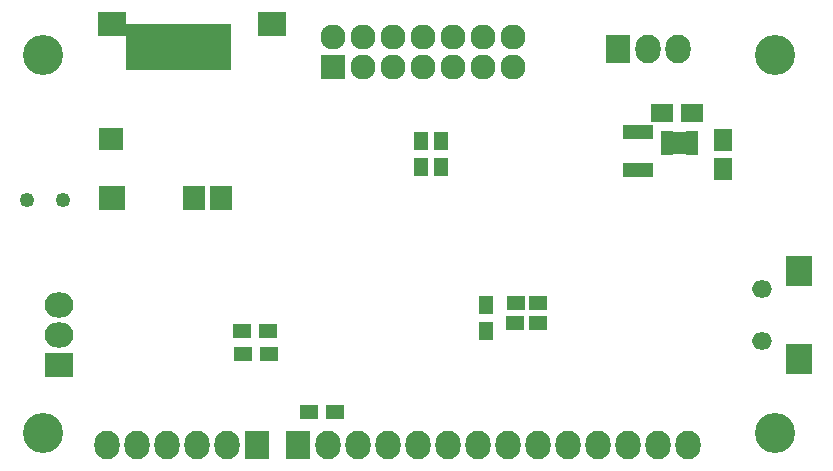
<source format=gbs>
G04 #@! TF.FileFunction,Soldermask,Bot*
%FSLAX46Y46*%
G04 Gerber Fmt 4.6, Leading zero omitted, Abs format (unit mm)*
G04 Created by KiCad (PCBNEW 4.0.0-rc1-stable) date 08/11/2015 16:00:56*
%MOMM*%
G01*
G04 APERTURE LIST*
%ADD10C,0.100000*%
%ADD11R,1.650000X1.900000*%
%ADD12R,1.900000X1.650000*%
%ADD13R,1.600000X1.150000*%
%ADD14R,2.127200X2.432000*%
%ADD15O,2.127200X2.432000*%
%ADD16R,1.600000X1.300000*%
%ADD17C,1.250000*%
%ADD18R,1.300000X1.600000*%
%ADD19R,2.600000X1.200000*%
%ADD20R,2.300000X2.500000*%
%ADD21O,1.700000X1.450000*%
%ADD22R,1.100000X0.650000*%
%ADD23R,1.300000X1.900000*%
%ADD24R,1.200000X3.900000*%
%ADD25R,2.400000X2.100000*%
%ADD26R,2.150000X1.900000*%
%ADD27R,2.200000X2.150000*%
%ADD28R,1.900000X2.150000*%
%ADD29R,2.127200X2.127200*%
%ADD30O,2.127200X2.127200*%
%ADD31C,3.400000*%
%ADD32R,2.432000X2.127200*%
%ADD33O,2.432000X2.127200*%
G04 APERTURE END LIST*
D10*
D11*
X181554120Y-91175520D03*
X181554120Y-93675520D03*
D12*
X176448400Y-88905080D03*
X178948400Y-88905080D03*
D13*
X163984900Y-106641900D03*
X165884900Y-106641900D03*
X164050000Y-105000000D03*
X165950000Y-105000000D03*
D14*
X142113000Y-117043200D03*
D15*
X139573000Y-117043200D03*
X137033000Y-117043200D03*
X134493000Y-117043200D03*
X131953000Y-117043200D03*
X129413000Y-117043200D03*
D16*
X146540040Y-114223800D03*
X148740040Y-114223800D03*
D17*
X125665360Y-96251720D03*
X122665360Y-96251720D03*
D18*
X156032200Y-93444240D03*
X156032200Y-91244240D03*
X157698440Y-91254400D03*
X157698440Y-93454400D03*
D19*
X174376080Y-93746120D03*
X174376080Y-90546120D03*
D18*
X161498280Y-107322800D03*
X161498280Y-105122800D03*
D20*
X188051100Y-109696900D03*
X188051100Y-102316900D03*
D21*
X184871100Y-108231900D03*
X184871100Y-103781900D03*
D14*
X145623280Y-117012720D03*
D15*
X148163280Y-117012720D03*
X150703280Y-117012720D03*
X153243280Y-117012720D03*
X155783280Y-117012720D03*
X158323280Y-117012720D03*
X160863280Y-117012720D03*
X163403280Y-117012720D03*
X165943280Y-117012720D03*
X168483280Y-117012720D03*
X171023280Y-117012720D03*
X173563280Y-117012720D03*
X176103280Y-117012720D03*
X178643280Y-117012720D03*
D16*
X140891080Y-107375960D03*
X143091080Y-107375960D03*
X143121560Y-109275880D03*
X140921560Y-109275880D03*
D22*
X176841440Y-92090000D03*
X176841440Y-91440000D03*
X176841440Y-90790000D03*
X178941440Y-90790000D03*
X178941440Y-91440000D03*
X178941440Y-92090000D03*
D23*
X177891440Y-91440000D03*
D24*
X139326600Y-83328600D03*
X138226600Y-83328600D03*
X137126600Y-83328600D03*
X136026600Y-83328600D03*
X134926600Y-83328600D03*
X133826600Y-83328600D03*
X132726600Y-83328600D03*
X131626600Y-83328600D03*
D25*
X129876600Y-81328600D03*
X143376600Y-81328600D03*
D26*
X129751600Y-91078600D03*
D27*
X129876600Y-96103600D03*
D28*
X139076600Y-96103600D03*
X136776600Y-96103600D03*
D29*
X148584920Y-84993480D03*
D30*
X148584920Y-82453480D03*
X151124920Y-84993480D03*
X151124920Y-82453480D03*
X153664920Y-84993480D03*
X153664920Y-82453480D03*
X156204920Y-84993480D03*
X156204920Y-82453480D03*
X158744920Y-84993480D03*
X158744920Y-82453480D03*
X161284920Y-84993480D03*
X161284920Y-82453480D03*
X163824920Y-84993480D03*
X163824920Y-82453480D03*
D31*
X124000000Y-84000000D03*
X186000000Y-84000000D03*
X186000000Y-116000000D03*
X124000000Y-116000000D03*
D32*
X125349000Y-110236000D03*
D33*
X125349000Y-107696000D03*
X125349000Y-105156000D03*
D14*
X172725080Y-83484720D03*
D15*
X175265080Y-83484720D03*
X177805080Y-83484720D03*
M02*

</source>
